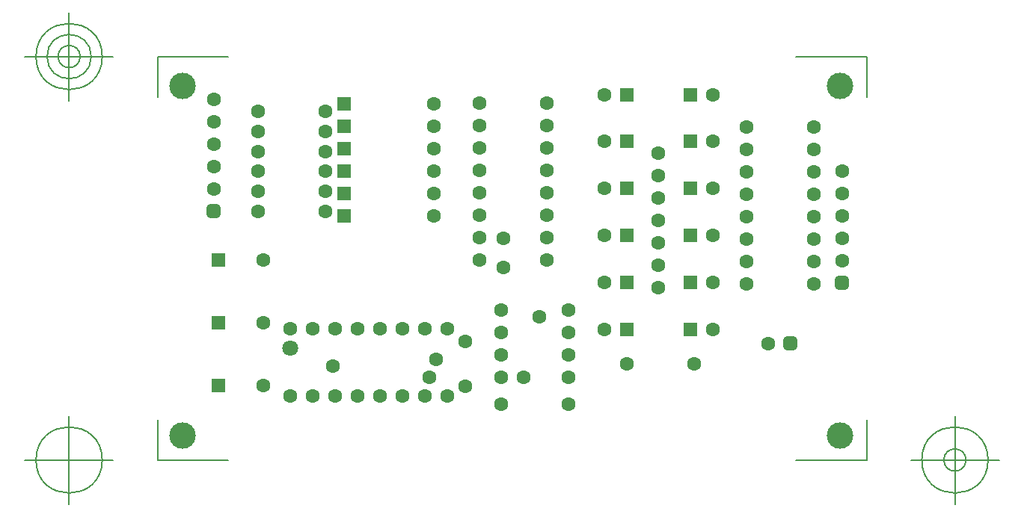
<source format=gbr>
G04 Generated by Ultiboard 14.1 *
%FSLAX34Y34*%
%MOMM*%

%ADD10C,0.0001*%
%ADD11C,0.1270*%
%ADD12C,1.6000*%
%ADD13R,1.6000X1.6000*%
%ADD14R,0.6051X0.6051*%
%ADD15C,0.9949*%
%ADD16C,1.8000*%
%ADD17C,3.0000*%


G04 ColorRGB 9900CC for the following layer *
%LNSolder Mask Bottom*%
%LPD*%
G54D10*
G54D11*
X-63500Y175260D02*
X-63500Y220980D01*
X-63500Y175260D02*
X16764Y175260D01*
X739144Y175260D02*
X658880Y175260D01*
X739144Y175260D02*
X739144Y220980D01*
X739144Y632460D02*
X739144Y586740D01*
X739144Y632460D02*
X658880Y632460D01*
X-63500Y632460D02*
X16764Y632460D01*
X-63500Y632460D02*
X-63500Y586740D01*
X-113500Y175260D02*
X-213500Y175260D01*
X-163500Y125260D02*
X-163500Y225260D01*
X-201000Y175260D02*
G75*
D01*
G02X-201000Y175260I37500J0*
G01*
X789144Y175260D02*
X889144Y175260D01*
X839144Y125260D02*
X839144Y225260D01*
X801644Y175260D02*
G75*
D01*
G02X801644Y175260I37500J0*
G01*
X826644Y175260D02*
G75*
D01*
G02X826644Y175260I12500J0*
G01*
X-113500Y632460D02*
X-213500Y632460D01*
X-163500Y582460D02*
X-163500Y682460D01*
X-201000Y632460D02*
G75*
D01*
G02X-201000Y632460I37500J0*
G01*
X-188500Y632460D02*
G75*
D01*
G02X-188500Y632460I25000J0*
G01*
X-176000Y632460D02*
G75*
D01*
G02X-176000Y632460I12500J0*
G01*
G54D12*
X327660Y426720D03*
X327660Y393700D03*
X243840Y269240D03*
X134620Y281940D03*
X350520Y269240D03*
X368300Y337820D03*
X251460Y289560D03*
X325120Y238760D03*
X401320Y238760D03*
X248920Y579120D03*
X0Y482600D03*
X0Y508000D03*
X0Y558800D03*
X0Y533400D03*
X0Y584200D03*
X56380Y401820D03*
X248920Y553720D03*
X126175Y570248D03*
X49975Y570248D03*
X126175Y547665D03*
X49975Y547665D03*
X248920Y528320D03*
X126175Y525081D03*
X49975Y525081D03*
X248920Y502920D03*
X126175Y502497D03*
X49975Y502497D03*
X248920Y477520D03*
X126175Y479914D03*
X49975Y479914D03*
X248920Y452120D03*
X126175Y457330D03*
X49975Y457330D03*
X56380Y330700D03*
X56380Y259580D03*
X711200Y401320D03*
X711200Y426720D03*
X711200Y477520D03*
X711200Y452120D03*
X711200Y502920D03*
X325120Y269240D03*
X401320Y269240D03*
X401320Y345440D03*
X325120Y320040D03*
X325120Y294640D03*
X401320Y320040D03*
X401320Y294640D03*
X325120Y345440D03*
X442557Y429677D03*
X442557Y482916D03*
X442557Y536154D03*
X442557Y589392D03*
X442557Y323201D03*
X467360Y284480D03*
X543560Y284480D03*
X300618Y402017D03*
X376818Y579817D03*
X300618Y529017D03*
X300618Y554417D03*
X300618Y503617D03*
X300618Y452817D03*
X300618Y478217D03*
X300618Y427417D03*
X376818Y427417D03*
X376818Y503617D03*
X376818Y529017D03*
X376818Y554417D03*
X376818Y452817D03*
X376818Y478217D03*
X376818Y402017D03*
X300618Y579817D03*
X627380Y307340D03*
X188657Y248022D03*
X87057Y324222D03*
X264857Y248022D03*
X214057Y324222D03*
X239457Y324222D03*
X188657Y324222D03*
X137857Y324222D03*
X163257Y324222D03*
X112457Y324222D03*
X112457Y248022D03*
X214057Y248022D03*
X239457Y248022D03*
X137857Y248022D03*
X163257Y248022D03*
X87057Y248022D03*
X264857Y324222D03*
X565516Y323201D03*
X565516Y429677D03*
X565516Y482916D03*
X565516Y536154D03*
X565516Y589392D03*
X679822Y553023D03*
X679822Y426023D03*
X679822Y400623D03*
X679822Y451423D03*
X679822Y502223D03*
X679822Y476823D03*
X679822Y527623D03*
X603622Y375223D03*
X603622Y527623D03*
X603622Y451423D03*
X603622Y426023D03*
X603622Y400623D03*
X603622Y502223D03*
X603622Y476823D03*
X603622Y553023D03*
X679822Y375223D03*
X442557Y376439D03*
X502920Y497840D03*
X502920Y421640D03*
X502920Y370840D03*
X502920Y396240D03*
X502920Y447040D03*
X502920Y472440D03*
X502920Y523240D03*
X565516Y376439D03*
X284480Y309880D03*
X284480Y259080D03*
G54D13*
X147320Y579120D03*
X5580Y401820D03*
X147320Y553720D03*
X147320Y528320D03*
X147320Y502920D03*
X147320Y477520D03*
X147320Y452120D03*
X5580Y330700D03*
X5580Y259580D03*
X467957Y429677D03*
X467957Y482916D03*
X467957Y536154D03*
X467957Y589392D03*
X467957Y323201D03*
X540116Y323201D03*
X540116Y429677D03*
X540116Y482916D03*
X540116Y536154D03*
X540116Y589392D03*
X467957Y376439D03*
X540116Y376439D03*
G54D14*
X0Y457200D03*
X711200Y375920D03*
X652780Y307340D03*
G54D15*
X-3025Y454175D02*
X3025Y454175D01*
X3025Y460225D01*
X-3025Y460225D01*
X-3025Y454175D01*D02*
X708175Y372895D02*
X714225Y372895D01*
X714225Y378945D01*
X708175Y378945D01*
X708175Y372895D01*D02*
X649755Y304315D02*
X655805Y304315D01*
X655805Y310365D01*
X649755Y310365D01*
X649755Y304315D01*D02*
G54D16*
X86360Y302260D03*
G54D17*
X-35560Y599440D03*
X-35560Y203200D03*
X708660Y203200D03*
X708660Y599440D03*

M02*

</source>
